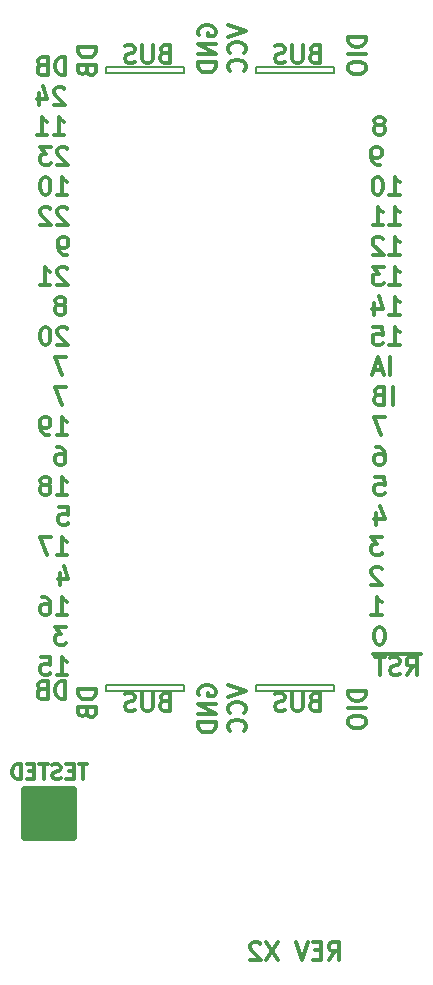
<source format=gbo>
G04 #@! TF.FileFunction,Legend,Bot*
%FSLAX46Y46*%
G04 Gerber Fmt 4.6, Leading zero omitted, Abs format (unit mm)*
G04 Created by KiCad (PCBNEW 4.0.1-stable) date 12/26/2016 8:09:41 PM*
%MOMM*%
G01*
G04 APERTURE LIST*
%ADD10C,0.150000*%
%ADD11C,0.200000*%
%ADD12C,0.300000*%
%ADD13C,0.650000*%
%ADD14C,0.317500*%
G04 APERTURE END LIST*
D10*
D11*
X41148000Y-80772000D02*
X41148000Y-80264000D01*
X47752000Y-80772000D02*
X41148000Y-80772000D01*
X47752000Y-80264000D02*
X47752000Y-80772000D01*
X41148000Y-80264000D02*
X47752000Y-80264000D01*
X28448000Y-80772000D02*
X28448000Y-80264000D01*
X35052000Y-80772000D02*
X28448000Y-80772000D01*
X35052000Y-80264000D02*
X35052000Y-80772000D01*
X28448000Y-80264000D02*
X35052000Y-80264000D01*
X41148000Y-28448000D02*
X41148000Y-27940000D01*
X47752000Y-28448000D02*
X41148000Y-28448000D01*
X47752000Y-27940000D02*
X47752000Y-28448000D01*
X41148000Y-27940000D02*
X47752000Y-27940000D01*
X28448000Y-28448000D02*
X28448000Y-27940000D01*
X35052000Y-28448000D02*
X28448000Y-28448000D01*
X35052000Y-27940000D02*
X35052000Y-28448000D01*
X28448000Y-27940000D02*
X35052000Y-27940000D01*
D12*
X25018857Y-81450571D02*
X25018857Y-79950571D01*
X24661714Y-79950571D01*
X24447429Y-80022000D01*
X24304571Y-80164857D01*
X24233143Y-80307714D01*
X24161714Y-80593429D01*
X24161714Y-80807714D01*
X24233143Y-81093429D01*
X24304571Y-81236286D01*
X24447429Y-81379143D01*
X24661714Y-81450571D01*
X25018857Y-81450571D01*
X23018857Y-80664857D02*
X22804571Y-80736286D01*
X22733143Y-80807714D01*
X22661714Y-80950571D01*
X22661714Y-81164857D01*
X22733143Y-81307714D01*
X22804571Y-81379143D01*
X22947429Y-81450571D01*
X23518857Y-81450571D01*
X23518857Y-79950571D01*
X23018857Y-79950571D01*
X22876000Y-80022000D01*
X22804571Y-80093429D01*
X22733143Y-80236286D01*
X22733143Y-80379143D01*
X22804571Y-80522000D01*
X22876000Y-80593429D01*
X23018857Y-80664857D01*
X23518857Y-80664857D01*
X27602571Y-80645143D02*
X26102571Y-80645143D01*
X26102571Y-81002286D01*
X26174000Y-81216571D01*
X26316857Y-81359429D01*
X26459714Y-81430857D01*
X26745429Y-81502286D01*
X26959714Y-81502286D01*
X27245429Y-81430857D01*
X27388286Y-81359429D01*
X27531143Y-81216571D01*
X27602571Y-81002286D01*
X27602571Y-80645143D01*
X26816857Y-82645143D02*
X26888286Y-82859429D01*
X26959714Y-82930857D01*
X27102571Y-83002286D01*
X27316857Y-83002286D01*
X27459714Y-82930857D01*
X27531143Y-82859429D01*
X27602571Y-82716571D01*
X27602571Y-82145143D01*
X26102571Y-82145143D01*
X26102571Y-82645143D01*
X26174000Y-82788000D01*
X26245429Y-82859429D01*
X26388286Y-82930857D01*
X26531143Y-82930857D01*
X26674000Y-82859429D01*
X26745429Y-82788000D01*
X26816857Y-82645143D01*
X26816857Y-82145143D01*
X33396857Y-81680857D02*
X33182571Y-81752286D01*
X33111143Y-81823714D01*
X33039714Y-81966571D01*
X33039714Y-82180857D01*
X33111143Y-82323714D01*
X33182571Y-82395143D01*
X33325429Y-82466571D01*
X33896857Y-82466571D01*
X33896857Y-80966571D01*
X33396857Y-80966571D01*
X33254000Y-81038000D01*
X33182571Y-81109429D01*
X33111143Y-81252286D01*
X33111143Y-81395143D01*
X33182571Y-81538000D01*
X33254000Y-81609429D01*
X33396857Y-81680857D01*
X33896857Y-81680857D01*
X32396857Y-80966571D02*
X32396857Y-82180857D01*
X32325429Y-82323714D01*
X32254000Y-82395143D01*
X32111143Y-82466571D01*
X31825429Y-82466571D01*
X31682571Y-82395143D01*
X31611143Y-82323714D01*
X31539714Y-82180857D01*
X31539714Y-80966571D01*
X30896857Y-82395143D02*
X30682571Y-82466571D01*
X30325428Y-82466571D01*
X30182571Y-82395143D01*
X30111142Y-82323714D01*
X30039714Y-82180857D01*
X30039714Y-82038000D01*
X30111142Y-81895143D01*
X30182571Y-81823714D01*
X30325428Y-81752286D01*
X30611142Y-81680857D01*
X30754000Y-81609429D01*
X30825428Y-81538000D01*
X30896857Y-81395143D01*
X30896857Y-81252286D01*
X30825428Y-81109429D01*
X30754000Y-81038000D01*
X30611142Y-80966571D01*
X30254000Y-80966571D01*
X30039714Y-81038000D01*
X36334000Y-81153143D02*
X36262571Y-81010286D01*
X36262571Y-80796000D01*
X36334000Y-80581715D01*
X36476857Y-80438857D01*
X36619714Y-80367429D01*
X36905429Y-80296000D01*
X37119714Y-80296000D01*
X37405429Y-80367429D01*
X37548286Y-80438857D01*
X37691143Y-80581715D01*
X37762571Y-80796000D01*
X37762571Y-80938857D01*
X37691143Y-81153143D01*
X37619714Y-81224572D01*
X37119714Y-81224572D01*
X37119714Y-80938857D01*
X37762571Y-81867429D02*
X36262571Y-81867429D01*
X37762571Y-82724572D01*
X36262571Y-82724572D01*
X37762571Y-83438858D02*
X36262571Y-83438858D01*
X36262571Y-83796001D01*
X36334000Y-84010286D01*
X36476857Y-84153144D01*
X36619714Y-84224572D01*
X36905429Y-84296001D01*
X37119714Y-84296001D01*
X37405429Y-84224572D01*
X37548286Y-84153144D01*
X37691143Y-84010286D01*
X37762571Y-83796001D01*
X37762571Y-83438858D01*
X38802571Y-80296000D02*
X40302571Y-80796000D01*
X38802571Y-81296000D01*
X40159714Y-82653143D02*
X40231143Y-82581714D01*
X40302571Y-82367428D01*
X40302571Y-82224571D01*
X40231143Y-82010286D01*
X40088286Y-81867428D01*
X39945429Y-81796000D01*
X39659714Y-81724571D01*
X39445429Y-81724571D01*
X39159714Y-81796000D01*
X39016857Y-81867428D01*
X38874000Y-82010286D01*
X38802571Y-82224571D01*
X38802571Y-82367428D01*
X38874000Y-82581714D01*
X38945429Y-82653143D01*
X40159714Y-84153143D02*
X40231143Y-84081714D01*
X40302571Y-83867428D01*
X40302571Y-83724571D01*
X40231143Y-83510286D01*
X40088286Y-83367428D01*
X39945429Y-83296000D01*
X39659714Y-83224571D01*
X39445429Y-83224571D01*
X39159714Y-83296000D01*
X39016857Y-83367428D01*
X38874000Y-83510286D01*
X38802571Y-83724571D01*
X38802571Y-83867428D01*
X38874000Y-84081714D01*
X38945429Y-84153143D01*
X46096857Y-81680857D02*
X45882571Y-81752286D01*
X45811143Y-81823714D01*
X45739714Y-81966571D01*
X45739714Y-82180857D01*
X45811143Y-82323714D01*
X45882571Y-82395143D01*
X46025429Y-82466571D01*
X46596857Y-82466571D01*
X46596857Y-80966571D01*
X46096857Y-80966571D01*
X45954000Y-81038000D01*
X45882571Y-81109429D01*
X45811143Y-81252286D01*
X45811143Y-81395143D01*
X45882571Y-81538000D01*
X45954000Y-81609429D01*
X46096857Y-81680857D01*
X46596857Y-81680857D01*
X45096857Y-80966571D02*
X45096857Y-82180857D01*
X45025429Y-82323714D01*
X44954000Y-82395143D01*
X44811143Y-82466571D01*
X44525429Y-82466571D01*
X44382571Y-82395143D01*
X44311143Y-82323714D01*
X44239714Y-82180857D01*
X44239714Y-80966571D01*
X43596857Y-82395143D02*
X43382571Y-82466571D01*
X43025428Y-82466571D01*
X42882571Y-82395143D01*
X42811142Y-82323714D01*
X42739714Y-82180857D01*
X42739714Y-82038000D01*
X42811142Y-81895143D01*
X42882571Y-81823714D01*
X43025428Y-81752286D01*
X43311142Y-81680857D01*
X43454000Y-81609429D01*
X43525428Y-81538000D01*
X43596857Y-81395143D01*
X43596857Y-81252286D01*
X43525428Y-81109429D01*
X43454000Y-81038000D01*
X43311142Y-80966571D01*
X42954000Y-80966571D01*
X42739714Y-81038000D01*
X50462571Y-80760286D02*
X48962571Y-80760286D01*
X48962571Y-81117429D01*
X49034000Y-81331714D01*
X49176857Y-81474572D01*
X49319714Y-81546000D01*
X49605429Y-81617429D01*
X49819714Y-81617429D01*
X50105429Y-81546000D01*
X50248286Y-81474572D01*
X50391143Y-81331714D01*
X50462571Y-81117429D01*
X50462571Y-80760286D01*
X50462571Y-82260286D02*
X48962571Y-82260286D01*
X48962571Y-83260286D02*
X48962571Y-83546000D01*
X49034000Y-83688858D01*
X49176857Y-83831715D01*
X49462571Y-83903143D01*
X49962571Y-83903143D01*
X50248286Y-83831715D01*
X50391143Y-83688858D01*
X50462571Y-83546000D01*
X50462571Y-83260286D01*
X50391143Y-83117429D01*
X50248286Y-82974572D01*
X49962571Y-82903143D01*
X49462571Y-82903143D01*
X49176857Y-82974572D01*
X49034000Y-83117429D01*
X48962571Y-83260286D01*
X53903714Y-79418571D02*
X54403714Y-78704286D01*
X54760857Y-79418571D02*
X54760857Y-77918571D01*
X54189429Y-77918571D01*
X54046571Y-77990000D01*
X53975143Y-78061429D01*
X53903714Y-78204286D01*
X53903714Y-78418571D01*
X53975143Y-78561429D01*
X54046571Y-78632857D01*
X54189429Y-78704286D01*
X54760857Y-78704286D01*
X53332286Y-79347143D02*
X53118000Y-79418571D01*
X52760857Y-79418571D01*
X52618000Y-79347143D01*
X52546571Y-79275714D01*
X52475143Y-79132857D01*
X52475143Y-78990000D01*
X52546571Y-78847143D01*
X52618000Y-78775714D01*
X52760857Y-78704286D01*
X53046571Y-78632857D01*
X53189429Y-78561429D01*
X53260857Y-78490000D01*
X53332286Y-78347143D01*
X53332286Y-78204286D01*
X53260857Y-78061429D01*
X53189429Y-77990000D01*
X53046571Y-77918571D01*
X52689429Y-77918571D01*
X52475143Y-77990000D01*
X52046572Y-77918571D02*
X51189429Y-77918571D01*
X51618000Y-79418571D02*
X51618000Y-77918571D01*
X55118000Y-77660000D02*
X51046572Y-77660000D01*
X51681143Y-75378571D02*
X51538286Y-75378571D01*
X51395429Y-75450000D01*
X51324000Y-75521429D01*
X51252571Y-75664286D01*
X51181143Y-75950000D01*
X51181143Y-76307143D01*
X51252571Y-76592857D01*
X51324000Y-76735714D01*
X51395429Y-76807143D01*
X51538286Y-76878571D01*
X51681143Y-76878571D01*
X51824000Y-76807143D01*
X51895429Y-76735714D01*
X51966857Y-76592857D01*
X52038286Y-76307143D01*
X52038286Y-75950000D01*
X51966857Y-75664286D01*
X51895429Y-75521429D01*
X51824000Y-75450000D01*
X51681143Y-75378571D01*
X50927143Y-74338571D02*
X51784286Y-74338571D01*
X51355714Y-74338571D02*
X51355714Y-72838571D01*
X51498571Y-73052857D01*
X51641429Y-73195714D01*
X51784286Y-73267143D01*
X51784286Y-70441429D02*
X51712857Y-70370000D01*
X51570000Y-70298571D01*
X51212857Y-70298571D01*
X51070000Y-70370000D01*
X50998571Y-70441429D01*
X50927143Y-70584286D01*
X50927143Y-70727143D01*
X50998571Y-70941429D01*
X51855714Y-71798571D01*
X50927143Y-71798571D01*
X51855714Y-67758571D02*
X50927143Y-67758571D01*
X51427143Y-68330000D01*
X51212857Y-68330000D01*
X51070000Y-68401429D01*
X50998571Y-68472857D01*
X50927143Y-68615714D01*
X50927143Y-68972857D01*
X50998571Y-69115714D01*
X51070000Y-69187143D01*
X51212857Y-69258571D01*
X51641429Y-69258571D01*
X51784286Y-69187143D01*
X51855714Y-69115714D01*
X51324000Y-65718571D02*
X51324000Y-66718571D01*
X51681143Y-65147143D02*
X52038286Y-66218571D01*
X51109714Y-66218571D01*
X51252571Y-62678571D02*
X51966857Y-62678571D01*
X52038286Y-63392857D01*
X51966857Y-63321429D01*
X51824000Y-63250000D01*
X51466857Y-63250000D01*
X51324000Y-63321429D01*
X51252571Y-63392857D01*
X51181143Y-63535714D01*
X51181143Y-63892857D01*
X51252571Y-64035714D01*
X51324000Y-64107143D01*
X51466857Y-64178571D01*
X51824000Y-64178571D01*
X51966857Y-64107143D01*
X52038286Y-64035714D01*
X51324000Y-60138571D02*
X51609714Y-60138571D01*
X51752571Y-60210000D01*
X51824000Y-60281429D01*
X51966857Y-60495714D01*
X52038286Y-60781429D01*
X52038286Y-61352857D01*
X51966857Y-61495714D01*
X51895429Y-61567143D01*
X51752571Y-61638571D01*
X51466857Y-61638571D01*
X51324000Y-61567143D01*
X51252571Y-61495714D01*
X51181143Y-61352857D01*
X51181143Y-60995714D01*
X51252571Y-60852857D01*
X51324000Y-60781429D01*
X51466857Y-60710000D01*
X51752571Y-60710000D01*
X51895429Y-60781429D01*
X51966857Y-60852857D01*
X52038286Y-60995714D01*
X52109714Y-57598571D02*
X51109714Y-57598571D01*
X51752571Y-59098571D01*
X52728857Y-56558571D02*
X52728857Y-55058571D01*
X51514571Y-55772857D02*
X51300285Y-55844286D01*
X51228857Y-55915714D01*
X51157428Y-56058571D01*
X51157428Y-56272857D01*
X51228857Y-56415714D01*
X51300285Y-56487143D01*
X51443143Y-56558571D01*
X52014571Y-56558571D01*
X52014571Y-55058571D01*
X51514571Y-55058571D01*
X51371714Y-55130000D01*
X51300285Y-55201429D01*
X51228857Y-55344286D01*
X51228857Y-55487143D01*
X51300285Y-55630000D01*
X51371714Y-55701429D01*
X51514571Y-55772857D01*
X52014571Y-55772857D01*
X52474857Y-54018571D02*
X52474857Y-52518571D01*
X51832000Y-53590000D02*
X51117714Y-53590000D01*
X51974857Y-54018571D02*
X51474857Y-52518571D01*
X50974857Y-54018571D01*
X52451143Y-51478571D02*
X53308286Y-51478571D01*
X52879714Y-51478571D02*
X52879714Y-49978571D01*
X53022571Y-50192857D01*
X53165429Y-50335714D01*
X53308286Y-50407143D01*
X51094000Y-49978571D02*
X51808286Y-49978571D01*
X51879715Y-50692857D01*
X51808286Y-50621429D01*
X51665429Y-50550000D01*
X51308286Y-50550000D01*
X51165429Y-50621429D01*
X51094000Y-50692857D01*
X51022572Y-50835714D01*
X51022572Y-51192857D01*
X51094000Y-51335714D01*
X51165429Y-51407143D01*
X51308286Y-51478571D01*
X51665429Y-51478571D01*
X51808286Y-51407143D01*
X51879715Y-51335714D01*
X52451143Y-48938571D02*
X53308286Y-48938571D01*
X52879714Y-48938571D02*
X52879714Y-47438571D01*
X53022571Y-47652857D01*
X53165429Y-47795714D01*
X53308286Y-47867143D01*
X51165429Y-47938571D02*
X51165429Y-48938571D01*
X51522572Y-47367143D02*
X51879715Y-48438571D01*
X50951143Y-48438571D01*
X52451143Y-46398571D02*
X53308286Y-46398571D01*
X52879714Y-46398571D02*
X52879714Y-44898571D01*
X53022571Y-45112857D01*
X53165429Y-45255714D01*
X53308286Y-45327143D01*
X51951143Y-44898571D02*
X51022572Y-44898571D01*
X51522572Y-45470000D01*
X51308286Y-45470000D01*
X51165429Y-45541429D01*
X51094000Y-45612857D01*
X51022572Y-45755714D01*
X51022572Y-46112857D01*
X51094000Y-46255714D01*
X51165429Y-46327143D01*
X51308286Y-46398571D01*
X51736858Y-46398571D01*
X51879715Y-46327143D01*
X51951143Y-46255714D01*
X52451143Y-43858571D02*
X53308286Y-43858571D01*
X52879714Y-43858571D02*
X52879714Y-42358571D01*
X53022571Y-42572857D01*
X53165429Y-42715714D01*
X53308286Y-42787143D01*
X51879715Y-42501429D02*
X51808286Y-42430000D01*
X51665429Y-42358571D01*
X51308286Y-42358571D01*
X51165429Y-42430000D01*
X51094000Y-42501429D01*
X51022572Y-42644286D01*
X51022572Y-42787143D01*
X51094000Y-43001429D01*
X51951143Y-43858571D01*
X51022572Y-43858571D01*
X52451143Y-41318571D02*
X53308286Y-41318571D01*
X52879714Y-41318571D02*
X52879714Y-39818571D01*
X53022571Y-40032857D01*
X53165429Y-40175714D01*
X53308286Y-40247143D01*
X51022572Y-41318571D02*
X51879715Y-41318571D01*
X51451143Y-41318571D02*
X51451143Y-39818571D01*
X51594000Y-40032857D01*
X51736858Y-40175714D01*
X51879715Y-40247143D01*
X52451143Y-38778571D02*
X53308286Y-38778571D01*
X52879714Y-38778571D02*
X52879714Y-37278571D01*
X53022571Y-37492857D01*
X53165429Y-37635714D01*
X53308286Y-37707143D01*
X51522572Y-37278571D02*
X51379715Y-37278571D01*
X51236858Y-37350000D01*
X51165429Y-37421429D01*
X51094000Y-37564286D01*
X51022572Y-37850000D01*
X51022572Y-38207143D01*
X51094000Y-38492857D01*
X51165429Y-38635714D01*
X51236858Y-38707143D01*
X51379715Y-38778571D01*
X51522572Y-38778571D01*
X51665429Y-38707143D01*
X51736858Y-38635714D01*
X51808286Y-38492857D01*
X51879715Y-38207143D01*
X51879715Y-37850000D01*
X51808286Y-37564286D01*
X51736858Y-37421429D01*
X51665429Y-37350000D01*
X51522572Y-37278571D01*
X51641429Y-36238571D02*
X51355714Y-36238571D01*
X51212857Y-36167143D01*
X51141429Y-36095714D01*
X50998571Y-35881429D01*
X50927143Y-35595714D01*
X50927143Y-35024286D01*
X50998571Y-34881429D01*
X51070000Y-34810000D01*
X51212857Y-34738571D01*
X51498571Y-34738571D01*
X51641429Y-34810000D01*
X51712857Y-34881429D01*
X51784286Y-35024286D01*
X51784286Y-35381429D01*
X51712857Y-35524286D01*
X51641429Y-35595714D01*
X51498571Y-35667143D01*
X51212857Y-35667143D01*
X51070000Y-35595714D01*
X50998571Y-35524286D01*
X50927143Y-35381429D01*
X51752571Y-32841429D02*
X51895429Y-32770000D01*
X51966857Y-32698571D01*
X52038286Y-32555714D01*
X52038286Y-32484286D01*
X51966857Y-32341429D01*
X51895429Y-32270000D01*
X51752571Y-32198571D01*
X51466857Y-32198571D01*
X51324000Y-32270000D01*
X51252571Y-32341429D01*
X51181143Y-32484286D01*
X51181143Y-32555714D01*
X51252571Y-32698571D01*
X51324000Y-32770000D01*
X51466857Y-32841429D01*
X51752571Y-32841429D01*
X51895429Y-32912857D01*
X51966857Y-32984286D01*
X52038286Y-33127143D01*
X52038286Y-33412857D01*
X51966857Y-33555714D01*
X51895429Y-33627143D01*
X51752571Y-33698571D01*
X51466857Y-33698571D01*
X51324000Y-33627143D01*
X51252571Y-33555714D01*
X51181143Y-33412857D01*
X51181143Y-33127143D01*
X51252571Y-32984286D01*
X51324000Y-32912857D01*
X51466857Y-32841429D01*
X50462571Y-25388286D02*
X48962571Y-25388286D01*
X48962571Y-25745429D01*
X49034000Y-25959714D01*
X49176857Y-26102572D01*
X49319714Y-26174000D01*
X49605429Y-26245429D01*
X49819714Y-26245429D01*
X50105429Y-26174000D01*
X50248286Y-26102572D01*
X50391143Y-25959714D01*
X50462571Y-25745429D01*
X50462571Y-25388286D01*
X50462571Y-26888286D02*
X48962571Y-26888286D01*
X48962571Y-27888286D02*
X48962571Y-28174000D01*
X49034000Y-28316858D01*
X49176857Y-28459715D01*
X49462571Y-28531143D01*
X49962571Y-28531143D01*
X50248286Y-28459715D01*
X50391143Y-28316858D01*
X50462571Y-28174000D01*
X50462571Y-27888286D01*
X50391143Y-27745429D01*
X50248286Y-27602572D01*
X49962571Y-27531143D01*
X49462571Y-27531143D01*
X49176857Y-27602572D01*
X49034000Y-27745429D01*
X48962571Y-27888286D01*
X46096857Y-26816857D02*
X45882571Y-26888286D01*
X45811143Y-26959714D01*
X45739714Y-27102571D01*
X45739714Y-27316857D01*
X45811143Y-27459714D01*
X45882571Y-27531143D01*
X46025429Y-27602571D01*
X46596857Y-27602571D01*
X46596857Y-26102571D01*
X46096857Y-26102571D01*
X45954000Y-26174000D01*
X45882571Y-26245429D01*
X45811143Y-26388286D01*
X45811143Y-26531143D01*
X45882571Y-26674000D01*
X45954000Y-26745429D01*
X46096857Y-26816857D01*
X46596857Y-26816857D01*
X45096857Y-26102571D02*
X45096857Y-27316857D01*
X45025429Y-27459714D01*
X44954000Y-27531143D01*
X44811143Y-27602571D01*
X44525429Y-27602571D01*
X44382571Y-27531143D01*
X44311143Y-27459714D01*
X44239714Y-27316857D01*
X44239714Y-26102571D01*
X43596857Y-27531143D02*
X43382571Y-27602571D01*
X43025428Y-27602571D01*
X42882571Y-27531143D01*
X42811142Y-27459714D01*
X42739714Y-27316857D01*
X42739714Y-27174000D01*
X42811142Y-27031143D01*
X42882571Y-26959714D01*
X43025428Y-26888286D01*
X43311142Y-26816857D01*
X43454000Y-26745429D01*
X43525428Y-26674000D01*
X43596857Y-26531143D01*
X43596857Y-26388286D01*
X43525428Y-26245429D01*
X43454000Y-26174000D01*
X43311142Y-26102571D01*
X42954000Y-26102571D01*
X42739714Y-26174000D01*
X38802571Y-24416000D02*
X40302571Y-24916000D01*
X38802571Y-25416000D01*
X40159714Y-26773143D02*
X40231143Y-26701714D01*
X40302571Y-26487428D01*
X40302571Y-26344571D01*
X40231143Y-26130286D01*
X40088286Y-25987428D01*
X39945429Y-25916000D01*
X39659714Y-25844571D01*
X39445429Y-25844571D01*
X39159714Y-25916000D01*
X39016857Y-25987428D01*
X38874000Y-26130286D01*
X38802571Y-26344571D01*
X38802571Y-26487428D01*
X38874000Y-26701714D01*
X38945429Y-26773143D01*
X40159714Y-28273143D02*
X40231143Y-28201714D01*
X40302571Y-27987428D01*
X40302571Y-27844571D01*
X40231143Y-27630286D01*
X40088286Y-27487428D01*
X39945429Y-27416000D01*
X39659714Y-27344571D01*
X39445429Y-27344571D01*
X39159714Y-27416000D01*
X39016857Y-27487428D01*
X38874000Y-27630286D01*
X38802571Y-27844571D01*
X38802571Y-27987428D01*
X38874000Y-28201714D01*
X38945429Y-28273143D01*
X36334000Y-25273143D02*
X36262571Y-25130286D01*
X36262571Y-24916000D01*
X36334000Y-24701715D01*
X36476857Y-24558857D01*
X36619714Y-24487429D01*
X36905429Y-24416000D01*
X37119714Y-24416000D01*
X37405429Y-24487429D01*
X37548286Y-24558857D01*
X37691143Y-24701715D01*
X37762571Y-24916000D01*
X37762571Y-25058857D01*
X37691143Y-25273143D01*
X37619714Y-25344572D01*
X37119714Y-25344572D01*
X37119714Y-25058857D01*
X37762571Y-25987429D02*
X36262571Y-25987429D01*
X37762571Y-26844572D01*
X36262571Y-26844572D01*
X37762571Y-27558858D02*
X36262571Y-27558858D01*
X36262571Y-27916001D01*
X36334000Y-28130286D01*
X36476857Y-28273144D01*
X36619714Y-28344572D01*
X36905429Y-28416001D01*
X37119714Y-28416001D01*
X37405429Y-28344572D01*
X37548286Y-28273144D01*
X37691143Y-28130286D01*
X37762571Y-27916001D01*
X37762571Y-27558858D01*
X33396857Y-26816857D02*
X33182571Y-26888286D01*
X33111143Y-26959714D01*
X33039714Y-27102571D01*
X33039714Y-27316857D01*
X33111143Y-27459714D01*
X33182571Y-27531143D01*
X33325429Y-27602571D01*
X33896857Y-27602571D01*
X33896857Y-26102571D01*
X33396857Y-26102571D01*
X33254000Y-26174000D01*
X33182571Y-26245429D01*
X33111143Y-26388286D01*
X33111143Y-26531143D01*
X33182571Y-26674000D01*
X33254000Y-26745429D01*
X33396857Y-26816857D01*
X33896857Y-26816857D01*
X32396857Y-26102571D02*
X32396857Y-27316857D01*
X32325429Y-27459714D01*
X32254000Y-27531143D01*
X32111143Y-27602571D01*
X31825429Y-27602571D01*
X31682571Y-27531143D01*
X31611143Y-27459714D01*
X31539714Y-27316857D01*
X31539714Y-26102571D01*
X30896857Y-27531143D02*
X30682571Y-27602571D01*
X30325428Y-27602571D01*
X30182571Y-27531143D01*
X30111142Y-27459714D01*
X30039714Y-27316857D01*
X30039714Y-27174000D01*
X30111142Y-27031143D01*
X30182571Y-26959714D01*
X30325428Y-26888286D01*
X30611142Y-26816857D01*
X30754000Y-26745429D01*
X30825428Y-26674000D01*
X30896857Y-26531143D01*
X30896857Y-26388286D01*
X30825428Y-26245429D01*
X30754000Y-26174000D01*
X30611142Y-26102571D01*
X30254000Y-26102571D01*
X30039714Y-26174000D01*
X27602571Y-26289143D02*
X26102571Y-26289143D01*
X26102571Y-26646286D01*
X26174000Y-26860571D01*
X26316857Y-27003429D01*
X26459714Y-27074857D01*
X26745429Y-27146286D01*
X26959714Y-27146286D01*
X27245429Y-27074857D01*
X27388286Y-27003429D01*
X27531143Y-26860571D01*
X27602571Y-26646286D01*
X27602571Y-26289143D01*
X26816857Y-28289143D02*
X26888286Y-28503429D01*
X26959714Y-28574857D01*
X27102571Y-28646286D01*
X27316857Y-28646286D01*
X27459714Y-28574857D01*
X27531143Y-28503429D01*
X27602571Y-28360571D01*
X27602571Y-27789143D01*
X26102571Y-27789143D01*
X26102571Y-28289143D01*
X26174000Y-28432000D01*
X26245429Y-28503429D01*
X26388286Y-28574857D01*
X26531143Y-28574857D01*
X26674000Y-28503429D01*
X26745429Y-28432000D01*
X26816857Y-28289143D01*
X26816857Y-27789143D01*
X24320285Y-79418571D02*
X25177428Y-79418571D01*
X24748856Y-79418571D02*
X24748856Y-77918571D01*
X24891713Y-78132857D01*
X25034571Y-78275714D01*
X25177428Y-78347143D01*
X22963142Y-77918571D02*
X23677428Y-77918571D01*
X23748857Y-78632857D01*
X23677428Y-78561429D01*
X23534571Y-78490000D01*
X23177428Y-78490000D01*
X23034571Y-78561429D01*
X22963142Y-78632857D01*
X22891714Y-78775714D01*
X22891714Y-79132857D01*
X22963142Y-79275714D01*
X23034571Y-79347143D01*
X23177428Y-79418571D01*
X23534571Y-79418571D01*
X23677428Y-79347143D01*
X23748857Y-79275714D01*
X25090285Y-75378571D02*
X24161714Y-75378571D01*
X24661714Y-75950000D01*
X24447428Y-75950000D01*
X24304571Y-76021429D01*
X24233142Y-76092857D01*
X24161714Y-76235714D01*
X24161714Y-76592857D01*
X24233142Y-76735714D01*
X24304571Y-76807143D01*
X24447428Y-76878571D01*
X24876000Y-76878571D01*
X25018857Y-76807143D01*
X25090285Y-76735714D01*
X24320285Y-74338571D02*
X25177428Y-74338571D01*
X24748856Y-74338571D02*
X24748856Y-72838571D01*
X24891713Y-73052857D01*
X25034571Y-73195714D01*
X25177428Y-73267143D01*
X23034571Y-72838571D02*
X23320285Y-72838571D01*
X23463142Y-72910000D01*
X23534571Y-72981429D01*
X23677428Y-73195714D01*
X23748857Y-73481429D01*
X23748857Y-74052857D01*
X23677428Y-74195714D01*
X23606000Y-74267143D01*
X23463142Y-74338571D01*
X23177428Y-74338571D01*
X23034571Y-74267143D01*
X22963142Y-74195714D01*
X22891714Y-74052857D01*
X22891714Y-73695714D01*
X22963142Y-73552857D01*
X23034571Y-73481429D01*
X23177428Y-73410000D01*
X23463142Y-73410000D01*
X23606000Y-73481429D01*
X23677428Y-73552857D01*
X23748857Y-73695714D01*
X24558571Y-70798571D02*
X24558571Y-71798571D01*
X24915714Y-70227143D02*
X25272857Y-71298571D01*
X24344285Y-71298571D01*
X24320285Y-69258571D02*
X25177428Y-69258571D01*
X24748856Y-69258571D02*
X24748856Y-67758571D01*
X24891713Y-67972857D01*
X25034571Y-68115714D01*
X25177428Y-68187143D01*
X23820285Y-67758571D02*
X22820285Y-67758571D01*
X23463142Y-69258571D01*
X24487142Y-65218571D02*
X25201428Y-65218571D01*
X25272857Y-65932857D01*
X25201428Y-65861429D01*
X25058571Y-65790000D01*
X24701428Y-65790000D01*
X24558571Y-65861429D01*
X24487142Y-65932857D01*
X24415714Y-66075714D01*
X24415714Y-66432857D01*
X24487142Y-66575714D01*
X24558571Y-66647143D01*
X24701428Y-66718571D01*
X25058571Y-66718571D01*
X25201428Y-66647143D01*
X25272857Y-66575714D01*
X24320285Y-64178571D02*
X25177428Y-64178571D01*
X24748856Y-64178571D02*
X24748856Y-62678571D01*
X24891713Y-62892857D01*
X25034571Y-63035714D01*
X25177428Y-63107143D01*
X23463142Y-63321429D02*
X23606000Y-63250000D01*
X23677428Y-63178571D01*
X23748857Y-63035714D01*
X23748857Y-62964286D01*
X23677428Y-62821429D01*
X23606000Y-62750000D01*
X23463142Y-62678571D01*
X23177428Y-62678571D01*
X23034571Y-62750000D01*
X22963142Y-62821429D01*
X22891714Y-62964286D01*
X22891714Y-63035714D01*
X22963142Y-63178571D01*
X23034571Y-63250000D01*
X23177428Y-63321429D01*
X23463142Y-63321429D01*
X23606000Y-63392857D01*
X23677428Y-63464286D01*
X23748857Y-63607143D01*
X23748857Y-63892857D01*
X23677428Y-64035714D01*
X23606000Y-64107143D01*
X23463142Y-64178571D01*
X23177428Y-64178571D01*
X23034571Y-64107143D01*
X22963142Y-64035714D01*
X22891714Y-63892857D01*
X22891714Y-63607143D01*
X22963142Y-63464286D01*
X23034571Y-63392857D01*
X23177428Y-63321429D01*
X24304571Y-60138571D02*
X24590285Y-60138571D01*
X24733142Y-60210000D01*
X24804571Y-60281429D01*
X24947428Y-60495714D01*
X25018857Y-60781429D01*
X25018857Y-61352857D01*
X24947428Y-61495714D01*
X24876000Y-61567143D01*
X24733142Y-61638571D01*
X24447428Y-61638571D01*
X24304571Y-61567143D01*
X24233142Y-61495714D01*
X24161714Y-61352857D01*
X24161714Y-60995714D01*
X24233142Y-60852857D01*
X24304571Y-60781429D01*
X24447428Y-60710000D01*
X24733142Y-60710000D01*
X24876000Y-60781429D01*
X24947428Y-60852857D01*
X25018857Y-60995714D01*
X24320285Y-59098571D02*
X25177428Y-59098571D01*
X24748856Y-59098571D02*
X24748856Y-57598571D01*
X24891713Y-57812857D01*
X25034571Y-57955714D01*
X25177428Y-58027143D01*
X23606000Y-59098571D02*
X23320285Y-59098571D01*
X23177428Y-59027143D01*
X23106000Y-58955714D01*
X22963142Y-58741429D01*
X22891714Y-58455714D01*
X22891714Y-57884286D01*
X22963142Y-57741429D01*
X23034571Y-57670000D01*
X23177428Y-57598571D01*
X23463142Y-57598571D01*
X23606000Y-57670000D01*
X23677428Y-57741429D01*
X23748857Y-57884286D01*
X23748857Y-58241429D01*
X23677428Y-58384286D01*
X23606000Y-58455714D01*
X23463142Y-58527143D01*
X23177428Y-58527143D01*
X23034571Y-58455714D01*
X22963142Y-58384286D01*
X22891714Y-58241429D01*
X25090285Y-55058571D02*
X24090285Y-55058571D01*
X24733142Y-56558571D01*
X25090285Y-52518571D02*
X24090285Y-52518571D01*
X24733142Y-54018571D01*
X25177428Y-50121429D02*
X25105999Y-50050000D01*
X24963142Y-49978571D01*
X24605999Y-49978571D01*
X24463142Y-50050000D01*
X24391713Y-50121429D01*
X24320285Y-50264286D01*
X24320285Y-50407143D01*
X24391713Y-50621429D01*
X25248856Y-51478571D01*
X24320285Y-51478571D01*
X23391714Y-49978571D02*
X23248857Y-49978571D01*
X23106000Y-50050000D01*
X23034571Y-50121429D01*
X22963142Y-50264286D01*
X22891714Y-50550000D01*
X22891714Y-50907143D01*
X22963142Y-51192857D01*
X23034571Y-51335714D01*
X23106000Y-51407143D01*
X23248857Y-51478571D01*
X23391714Y-51478571D01*
X23534571Y-51407143D01*
X23606000Y-51335714D01*
X23677428Y-51192857D01*
X23748857Y-50907143D01*
X23748857Y-50550000D01*
X23677428Y-50264286D01*
X23606000Y-50121429D01*
X23534571Y-50050000D01*
X23391714Y-49978571D01*
X24733142Y-48081429D02*
X24876000Y-48010000D01*
X24947428Y-47938571D01*
X25018857Y-47795714D01*
X25018857Y-47724286D01*
X24947428Y-47581429D01*
X24876000Y-47510000D01*
X24733142Y-47438571D01*
X24447428Y-47438571D01*
X24304571Y-47510000D01*
X24233142Y-47581429D01*
X24161714Y-47724286D01*
X24161714Y-47795714D01*
X24233142Y-47938571D01*
X24304571Y-48010000D01*
X24447428Y-48081429D01*
X24733142Y-48081429D01*
X24876000Y-48152857D01*
X24947428Y-48224286D01*
X25018857Y-48367143D01*
X25018857Y-48652857D01*
X24947428Y-48795714D01*
X24876000Y-48867143D01*
X24733142Y-48938571D01*
X24447428Y-48938571D01*
X24304571Y-48867143D01*
X24233142Y-48795714D01*
X24161714Y-48652857D01*
X24161714Y-48367143D01*
X24233142Y-48224286D01*
X24304571Y-48152857D01*
X24447428Y-48081429D01*
X25177428Y-45041429D02*
X25105999Y-44970000D01*
X24963142Y-44898571D01*
X24605999Y-44898571D01*
X24463142Y-44970000D01*
X24391713Y-45041429D01*
X24320285Y-45184286D01*
X24320285Y-45327143D01*
X24391713Y-45541429D01*
X25248856Y-46398571D01*
X24320285Y-46398571D01*
X22891714Y-46398571D02*
X23748857Y-46398571D01*
X23320285Y-46398571D02*
X23320285Y-44898571D01*
X23463142Y-45112857D01*
X23606000Y-45255714D01*
X23748857Y-45327143D01*
X25130000Y-43858571D02*
X24844285Y-43858571D01*
X24701428Y-43787143D01*
X24630000Y-43715714D01*
X24487142Y-43501429D01*
X24415714Y-43215714D01*
X24415714Y-42644286D01*
X24487142Y-42501429D01*
X24558571Y-42430000D01*
X24701428Y-42358571D01*
X24987142Y-42358571D01*
X25130000Y-42430000D01*
X25201428Y-42501429D01*
X25272857Y-42644286D01*
X25272857Y-43001429D01*
X25201428Y-43144286D01*
X25130000Y-43215714D01*
X24987142Y-43287143D01*
X24701428Y-43287143D01*
X24558571Y-43215714D01*
X24487142Y-43144286D01*
X24415714Y-43001429D01*
X25177428Y-39961429D02*
X25105999Y-39890000D01*
X24963142Y-39818571D01*
X24605999Y-39818571D01*
X24463142Y-39890000D01*
X24391713Y-39961429D01*
X24320285Y-40104286D01*
X24320285Y-40247143D01*
X24391713Y-40461429D01*
X25248856Y-41318571D01*
X24320285Y-41318571D01*
X23748857Y-39961429D02*
X23677428Y-39890000D01*
X23534571Y-39818571D01*
X23177428Y-39818571D01*
X23034571Y-39890000D01*
X22963142Y-39961429D01*
X22891714Y-40104286D01*
X22891714Y-40247143D01*
X22963142Y-40461429D01*
X23820285Y-41318571D01*
X22891714Y-41318571D01*
X24320285Y-38778571D02*
X25177428Y-38778571D01*
X24748856Y-38778571D02*
X24748856Y-37278571D01*
X24891713Y-37492857D01*
X25034571Y-37635714D01*
X25177428Y-37707143D01*
X23391714Y-37278571D02*
X23248857Y-37278571D01*
X23106000Y-37350000D01*
X23034571Y-37421429D01*
X22963142Y-37564286D01*
X22891714Y-37850000D01*
X22891714Y-38207143D01*
X22963142Y-38492857D01*
X23034571Y-38635714D01*
X23106000Y-38707143D01*
X23248857Y-38778571D01*
X23391714Y-38778571D01*
X23534571Y-38707143D01*
X23606000Y-38635714D01*
X23677428Y-38492857D01*
X23748857Y-38207143D01*
X23748857Y-37850000D01*
X23677428Y-37564286D01*
X23606000Y-37421429D01*
X23534571Y-37350000D01*
X23391714Y-37278571D01*
X25177428Y-34881429D02*
X25105999Y-34810000D01*
X24963142Y-34738571D01*
X24605999Y-34738571D01*
X24463142Y-34810000D01*
X24391713Y-34881429D01*
X24320285Y-35024286D01*
X24320285Y-35167143D01*
X24391713Y-35381429D01*
X25248856Y-36238571D01*
X24320285Y-36238571D01*
X23820285Y-34738571D02*
X22891714Y-34738571D01*
X23391714Y-35310000D01*
X23177428Y-35310000D01*
X23034571Y-35381429D01*
X22963142Y-35452857D01*
X22891714Y-35595714D01*
X22891714Y-35952857D01*
X22963142Y-36095714D01*
X23034571Y-36167143D01*
X23177428Y-36238571D01*
X23606000Y-36238571D01*
X23748857Y-36167143D01*
X23820285Y-36095714D01*
X24066285Y-33698571D02*
X24923428Y-33698571D01*
X24494856Y-33698571D02*
X24494856Y-32198571D01*
X24637713Y-32412857D01*
X24780571Y-32555714D01*
X24923428Y-32627143D01*
X22637714Y-33698571D02*
X23494857Y-33698571D01*
X23066285Y-33698571D02*
X23066285Y-32198571D01*
X23209142Y-32412857D01*
X23352000Y-32555714D01*
X23494857Y-32627143D01*
X24923428Y-29801429D02*
X24851999Y-29730000D01*
X24709142Y-29658571D01*
X24351999Y-29658571D01*
X24209142Y-29730000D01*
X24137713Y-29801429D01*
X24066285Y-29944286D01*
X24066285Y-30087143D01*
X24137713Y-30301429D01*
X24994856Y-31158571D01*
X24066285Y-31158571D01*
X22780571Y-30158571D02*
X22780571Y-31158571D01*
X23137714Y-29587143D02*
X23494857Y-30658571D01*
X22566285Y-30658571D01*
X25018857Y-28618571D02*
X25018857Y-27118571D01*
X24661714Y-27118571D01*
X24447429Y-27190000D01*
X24304571Y-27332857D01*
X24233143Y-27475714D01*
X24161714Y-27761429D01*
X24161714Y-27975714D01*
X24233143Y-28261429D01*
X24304571Y-28404286D01*
X24447429Y-28547143D01*
X24661714Y-28618571D01*
X25018857Y-28618571D01*
X23018857Y-27832857D02*
X22804571Y-27904286D01*
X22733143Y-27975714D01*
X22661714Y-28118571D01*
X22661714Y-28332857D01*
X22733143Y-28475714D01*
X22804571Y-28547143D01*
X22947429Y-28618571D01*
X23518857Y-28618571D01*
X23518857Y-27118571D01*
X23018857Y-27118571D01*
X22876000Y-27190000D01*
X22804571Y-27261429D01*
X22733143Y-27404286D01*
X22733143Y-27547143D01*
X22804571Y-27690000D01*
X22876000Y-27761429D01*
X23018857Y-27832857D01*
X23518857Y-27832857D01*
X47314570Y-103548571D02*
X47814570Y-102834286D01*
X48171713Y-103548571D02*
X48171713Y-102048571D01*
X47600285Y-102048571D01*
X47457427Y-102120000D01*
X47385999Y-102191429D01*
X47314570Y-102334286D01*
X47314570Y-102548571D01*
X47385999Y-102691429D01*
X47457427Y-102762857D01*
X47600285Y-102834286D01*
X48171713Y-102834286D01*
X46671713Y-102762857D02*
X46171713Y-102762857D01*
X45957427Y-103548571D02*
X46671713Y-103548571D01*
X46671713Y-102048571D01*
X45957427Y-102048571D01*
X45528856Y-102048571D02*
X45028856Y-103548571D01*
X44528856Y-102048571D01*
X43028856Y-102048571D02*
X42028856Y-103548571D01*
X42028856Y-102048571D02*
X43028856Y-103548571D01*
X41528857Y-102191429D02*
X41457428Y-102120000D01*
X41314571Y-102048571D01*
X40957428Y-102048571D01*
X40814571Y-102120000D01*
X40743142Y-102191429D01*
X40671714Y-102334286D01*
X40671714Y-102477143D01*
X40743142Y-102691429D01*
X41600285Y-103548571D01*
X40671714Y-103548571D01*
D13*
X21622000Y-89186000D02*
X25622000Y-89186000D01*
X25622000Y-89186000D02*
X25622000Y-93186000D01*
X25622000Y-93186000D02*
X21622000Y-93186000D01*
X21622000Y-93186000D02*
X21622000Y-89186000D01*
X21622000Y-89186000D02*
X21622000Y-89686000D01*
X21622000Y-89686000D02*
X25622000Y-89686000D01*
X25622000Y-89686000D02*
X25622000Y-90186000D01*
X25622000Y-90186000D02*
X21622000Y-90186000D01*
X21622000Y-90186000D02*
X21622000Y-90686000D01*
X21622000Y-90686000D02*
X25622000Y-90686000D01*
X25622000Y-90686000D02*
X25622000Y-91186000D01*
X25622000Y-91186000D02*
X21622000Y-91186000D01*
X21622000Y-91186000D02*
X21622000Y-91686000D01*
X21622000Y-91686000D02*
X25122000Y-91686000D01*
X25122000Y-91686000D02*
X25622000Y-91686000D01*
X25622000Y-91686000D02*
X25622000Y-92186000D01*
X25622000Y-92186000D02*
X21622000Y-92186000D01*
X21622000Y-92186000D02*
X21622000Y-92686000D01*
X21622000Y-92686000D02*
X25622000Y-92686000D01*
D14*
X26857477Y-86990524D02*
X26131762Y-86990524D01*
X26494619Y-88260524D02*
X26494619Y-86990524D01*
X25708429Y-87595286D02*
X25285096Y-87595286D01*
X25103667Y-88260524D02*
X25708429Y-88260524D01*
X25708429Y-86990524D01*
X25103667Y-86990524D01*
X24619857Y-88200048D02*
X24438429Y-88260524D01*
X24136048Y-88260524D01*
X24015095Y-88200048D01*
X23954619Y-88139571D01*
X23894143Y-88018619D01*
X23894143Y-87897667D01*
X23954619Y-87776714D01*
X24015095Y-87716238D01*
X24136048Y-87655762D01*
X24377952Y-87595286D01*
X24498905Y-87534810D01*
X24559381Y-87474333D01*
X24619857Y-87353381D01*
X24619857Y-87232429D01*
X24559381Y-87111476D01*
X24498905Y-87051000D01*
X24377952Y-86990524D01*
X24075572Y-86990524D01*
X23894143Y-87051000D01*
X23531286Y-86990524D02*
X22805571Y-86990524D01*
X23168428Y-88260524D02*
X23168428Y-86990524D01*
X22382238Y-87595286D02*
X21958905Y-87595286D01*
X21777476Y-88260524D02*
X22382238Y-88260524D01*
X22382238Y-86990524D01*
X21777476Y-86990524D01*
X21233190Y-88260524D02*
X21233190Y-86990524D01*
X20930809Y-86990524D01*
X20749381Y-87051000D01*
X20628428Y-87171952D01*
X20567952Y-87292905D01*
X20507476Y-87534810D01*
X20507476Y-87716238D01*
X20567952Y-87958143D01*
X20628428Y-88079095D01*
X20749381Y-88200048D01*
X20930809Y-88260524D01*
X21233190Y-88260524D01*
M02*

</source>
